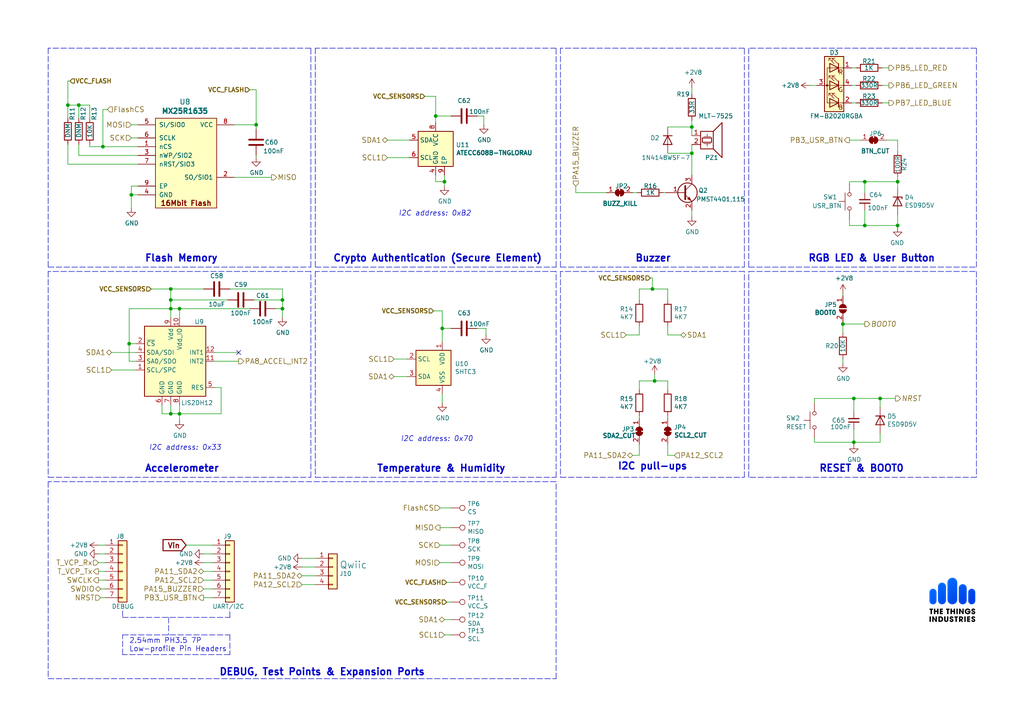
<source format=kicad_sch>
(kicad_sch (version 20211123) (generator eeschema)
  (paper "A4")
  (title_block (title "Peripherals") (date "2021-05-24") (rev "1.1b") (company "The Things Industries") (comment 1 "https://www.thethingsindustries.com/") (comment 2 "Drawn by: Orkhan Amiraslanov (azerimaker)"))
  (lib_symbols
    (symbol "Connector:TestPoint" (pin_numbers hide) (pin_names (offset 0.762) hide)
      (property "Reference" "TP" (at 0 6.858 0))
      (property "Value" "TestPoint" (at 0 5.08 0))
      (symbol "TestPoint_1_1"
        (pin passive line (at 0 0 90) (length 2.54) (name "1") (number "1"))
      )
    )
    (symbol "Connector_Generic:Conn_01x04" (pin_names (offset 1.016) hide)
      (property "Reference" "J" (at 0 5.08 0))
      (property "Value" "Conn_01x04" (at 0 -7.62 0))
      (symbol "Conn_01x04_1_1"
        (pin passive line (at -5.08 2.54 0) (length 3.81) (name "Pin_1") (number "1"))
        (pin passive line (at -5.08 0 0) (length 3.81) (name "Pin_2") (number "2"))
        (pin passive line (at -5.08 -2.54 0) (length 3.81) (name "Pin_3") (number "3"))
        (pin passive line (at -5.08 -5.08 0) (length 3.81) (name "Pin_4") (number "4"))
      )
    )
    (symbol "Connector_Generic:Conn_01x07" (pin_names (offset 1.016) hide)
      (property "Reference" "J" (at 0 10.16 0))
      (property "Value" "Conn_01x07" (at 0 -10.16 0))
      (symbol "Conn_01x07_1_1"
        (pin passive line (at -5.08 7.62 0) (length 3.81) (name "Pin_1") (number "1"))
        (pin passive line (at -5.08 5.08 0) (length 3.81) (name "Pin_2") (number "2"))
        (pin passive line (at -5.08 2.54 0) (length 3.81) (name "Pin_3") (number "3"))
        (pin passive line (at -5.08 0 0) (length 3.81) (name "Pin_4") (number "4"))
        (pin passive line (at -5.08 -2.54 0) (length 3.81) (name "Pin_5") (number "5"))
        (pin passive line (at -5.08 -5.08 0) (length 3.81) (name "Pin_6") (number "6"))
        (pin passive line (at -5.08 -7.62 0) (length 3.81) (name "Pin_7") (number "7"))
      )
    )
    (symbol "Device:C" (pin_numbers hide) (pin_names (offset 0.254))
      (property "Reference" "C" (at 0.635 2.54 0))
      (property "Value" "C" (at 0.635 -2.54 0))
      (symbol "C_1_1"
        (pin passive line (at 0 3.81 270) (length 2.794) (name "~") (number "1"))
        (pin passive line (at 0 -3.81 90) (length 2.794) (name "~") (number "2"))
      )
    )
    (symbol "Device:C_Small" (pin_numbers hide) (pin_names (offset 0.254) hide)
      (property "Reference" "C" (at 0.254 1.778 0))
      (property "Value" "C_Small" (at 0.254 -2.032 0))
      (symbol "C_Small_1_1"
        (pin passive line (at 0 2.54 270) (length 2.032) (name "~") (number "1"))
        (pin passive line (at 0 -2.54 90) (length 2.032) (name "~") (number "2"))
      )
    )
    (symbol "Device:D_Zener" (pin_numbers hide) (pin_names (offset 1.016) hide)
      (property "Reference" "D" (at 0 2.54 0))
      (property "Value" "D_Zener" (at 0 -2.54 0))
      (symbol "D_Zener_1_1"
        (pin passive line (at -3.81 0 0) (length 2.54) (name "K") (number "1"))
        (pin passive line (at 3.81 0 180) (length 2.54) (name "A") (number "2"))
      )
    )
    (symbol "Device:R" (pin_numbers hide) (pin_names (offset 0))
      (property "Reference" "R" (at 2.032 0 90))
      (property "Value" "R" (at 0 0 90))
      (symbol "R_1_1"
        (pin passive line (at 0 3.81 270) (length 1.27) (name "~") (number "1"))
        (pin passive line (at 0 -3.81 90) (length 1.27) (name "~") (number "2"))
      )
    )
    (symbol "Device:Speaker_Crystal" (pin_names (offset 0) hide)
      (property "Reference" "LS" (at 0.635 5.715 0))
      (property "Value" "Speaker_Crystal" (at 0.635 3.81 0))
      (symbol "Speaker_Crystal_1_1"
        (pin input line (at -5.08 0 0) (length 2.54) (name "1") (number "1"))
        (pin input line (at -5.08 -2.54 0) (length 2.54) (name "2") (number "2"))
      )
    )
    (symbol "Diode:1N4148WS" (pin_numbers hide) (pin_names (offset 1.016) hide)
      (property "Reference" "D" (at 0 2.54 0))
      (property "Value" "1N4148WS" (at 0 -2.54 0))
      (symbol "1N4148WS_1_1"
        (pin passive line (at -3.81 0 0) (length 2.54) (name "K") (number "1"))
        (pin passive line (at 3.81 0 180) (length 2.54) (name "A") (number "2"))
      )
    )
    (symbol "Jumper:SolderJumper_2_Bridged" (pin_names (offset 0) hide)
      (property "Reference" "JP" (at 0 2.032 0))
      (property "Value" "SolderJumper_2_Bridged" (at 0 -2.54 0))
      (symbol "SolderJumper_2_Bridged_1_1"
        (pin passive line (at -3.81 0 0) (length 2.54) (name "A") (number "1"))
        (pin passive line (at 3.81 0 180) (length 2.54) (name "B") (number "2"))
      )
    )
    (symbol "Jumper:SolderJumper_2_Open" (pin_names (offset 0) hide)
      (property "Reference" "JP" (at 0 2.032 0))
      (property "Value" "SolderJumper_2_Open" (at 0 -2.54 0))
      (symbol "SolderJumper_2_Open_1_1"
        (pin passive line (at -3.81 0 0) (length 2.54) (name "A") (number "1"))
        (pin passive line (at 3.81 0 180) (length 2.54) (name "B") (number "2"))
      )
    )
    (symbol "Security:ATECC608A-MAHDA"
      (property "Reference" "U" (at 3.81 6.35 0))
      (property "Value" "ATECC608A-MAHDA" (at 10.16 -6.35 0))
      (symbol "ATECC608A-MAHDA_1_1"
        (pin power_in line (at 0 -7.62 90) (length 2.54) (name "GND") (number "4"))
        (pin bidirectional line (at 7.62 2.54 180) (length 2.54) (name "SDA") (number "5"))
        (pin input line (at 7.62 -2.54 180) (length 2.54) (name "SCL") (number "6"))
        (pin power_in line (at 0 7.62 270) (length 2.54) (name "VCC") (number "8"))
        (pin input line (at -2.54 -7.62 90) (length 2.54) (name "EP") (number "9"))
      )
    )
    (symbol "Sensor_Humidity:SHTC3"
      (property "Reference" "U" (at -3.81 6.35 0))
      (property "Value" "SHTC3" (at -2.54 -6.35 0))
      (symbol "SHTC3_1_1"
        (pin power_in line (at 2.54 7.62 270) (length 2.54) (name "VDD") (number "1"))
        (pin input line (at -7.62 2.54 0) (length 2.54) (name "SCL") (number "2"))
        (pin bidirectional line (at -7.62 -2.54 0) (length 2.54) (name "SDA") (number "3"))
        (pin power_in line (at 2.54 -7.62 90) (length 2.54) (name "VSS") (number "4"))
        (pin no_connect line (at 5.08 0 180) (length 2.54) hide (name "NC") (number "5"))
      )
    )
    (symbol "Switch:SW_Push" (pin_numbers hide) (pin_names (offset 1.016) hide)
      (property "Reference" "SW" (at 1.27 2.54 0))
      (property "Value" "SW_Push" (at 0 -1.524 0))
      (symbol "SW_Push_0_1"
        (pin passive line (at -5.08 0 0) (length 2.54) (name "1") (number "1"))
        (pin passive line (at 5.08 0 180) (length 2.54) (name "2") (number "2"))
      )
    )
    (symbol "Transistor_BJT:2SC4213" (pin_names (offset 0) hide)
      (property "Reference" "Q" (at 5.08 1.905 0))
      (property "Value" "2SC4213" (at 5.08 0 0))
      (symbol "2SC4213_1_1"
        (pin input line (at -5.08 0 0) (length 5.715) (name "B") (number "1"))
        (pin passive line (at 2.54 -5.08 90) (length 2.54) (name "E") (number "2"))
        (pin passive line (at 2.54 5.08 270) (length 2.54) (name "C") (number "3"))
      )
    )
    (symbol "node-lib-v1:FM-B2020RGBA" (pin_names (offset 0) hide)
      (property "Reference" "D" (at 0 9.398 0))
      (property "Value" "FM-B2020RGBA" (at 0 -8.89 0))
      (symbol "FM-B2020RGBA_0_0"
        (text "B" (at -1.905 -6.35 0) (effects (font (size 1.27 1.27))))
        (text "G" (at -1.905 -1.27 0) (effects (font (size 1.27 1.27))))
        (text "R" (at -1.905 3.81 0) (effects (font (size 1.27 1.27))))
      )
      (symbol "FM-B2020RGBA_1_1"
        (pin passive line (at -5.08 5.08 0) (length 2.54) (name "RK") (number "1"))
        (pin passive line (at -5.08 -5.08 0) (length 2.54) (name "GK") (number "2"))
        (pin passive line (at 5.08 0 180) (length 2.54) (name "BK") (number "3"))
        (pin passive line (at -5.08 0 0) (length 2.54) (name "A") (number "4"))
      )
    )
    (symbol "node-lib-v1:LIS2DH12"
      (property "Reference" "U" (at -5.08 11.43 0))
      (property "Value" "LIS2DH12" (at 3.81 11.43 0))
      (symbol "LIS2DH12_1_1"
        (pin input line (at -10.16 -2.54 0) (length 2.54) (name "SCL/SPC") (number "1"))
        (pin power_in line (at 2.54 12.7 270) (length 2.54) (name "Vdd_IO") (number "10"))
        (pin output line (at 12.7 0 180) (length 2.54) (name "INT2") (number "11"))
        (pin output line (at 12.7 2.54 180) (length 2.54) (name "INT1") (number "12"))
        (pin input line (at -10.16 5.08 0) (length 2.54) (name "~{CS}") (number "2"))
        (pin input line (at -10.16 0 0) (length 2.54) (name "SA0/SDO") (number "3"))
        (pin bidirectional line (at -10.16 2.54 0) (length 2.54) (name "SDA/SDI") (number "4"))
        (pin passive line (at 12.7 -7.62 180) (length 2.54) (name "RES") (number "5"))
        (pin power_in line (at -2.54 -12.7 90) (length 2.54) (name "GND") (number "6"))
        (pin power_in line (at 0 -12.7 90) (length 2.54) (name "GND") (number "7"))
        (pin power_in line (at 2.54 -12.7 90) (length 2.54) (name "GND") (number "8"))
        (pin power_in line (at 0 12.7 270) (length 2.54) (name "Vdd") (number "9"))
      )
    )
    (symbol "node-lib-v1:MX25R1635" (pin_names (offset 1.016))
      (property "Reference" "U" (at 1.27 3.175 0))
      (property "Value" "MX25R1635" (at 8.89 -26.035 0))
      (symbol "MX25R1635_0_0"
        (text "16Mbit Flash" (at 8.89 -22.733 0) (effects (font (size 1.4986 1.4986) bold)))
      )
      (symbol "MX25R1635_1_1"
        (pin input line (at -5.08 -6.35 0) (length 5.08) (name "nCS") (number "1"))
        (pin output line (at 22.86 -15.24 180) (length 5.08) (name "SO/SIO1") (number "2"))
        (pin input line (at -5.08 -8.89 0) (length 5.08) (name "nWP/SIO2") (number "3"))
        (pin power_in line (at -5.08 -20.32 0) (length 5.08) (name "GND") (number "4"))
        (pin input line (at -5.08 0 0) (length 5.08) (name "SI/SIO0") (number "5"))
        (pin input line (at -5.08 -3.81 0) (length 5.08) (name "SCLK") (number "6"))
        (pin input line (at -5.08 -11.43 0) (length 5.08) (name "nRST/SIO3") (number "7"))
        (pin power_in line (at 22.86 0 180) (length 5.08) (name "VCC") (number "8"))
        (pin power_in line (at -5.08 -17.78 0) (length 5.08) (name "EP") (number "9"))
      )
    )
    (symbol "power:+2V8" (power) (pin_names (offset 0))
      (property "Value" "+2V8" (at 0 3.556 0))
      (symbol "+2V8_1_1"
        (pin power_in line (at 0 0 90) (length 0) hide (name "+2V8") (number "1"))
      )
    )
    (symbol "power:GND" (power) (pin_names (offset 0))
      (property "Value" "GND" (at 0 -3.81 0))
      (symbol "GND_1_1"
        (pin power_in line (at 0 0 270) (length 0) hide (name "GND") (number "1"))
      )
    )
  )
  (junction (at 49.53 86.995))
  (junction (at 81.915 89.535))
  (junction (at 19.685 30.48))
  (junction (at 29.845 42.545))
  (junction (at 52.07 120.015))
  (junction (at 260.35 65.405))
  (junction (at 200.66 36.83))
  (junction (at 247.65 128.27))
  (junction (at 250.825 65.405))
  (junction (at 49.53 83.82))
  (junction (at 247.65 115.57))
  (junction (at 81.915 86.995))
  (junction (at 37.465 99.695))
  (junction (at 244.475 93.98))
  (junction (at 74.295 36.195))
  (junction (at 189.865 110.49))
  (junction (at 49.53 120.015))
  (junction (at 126.365 33.655))
  (junction (at 22.86 30.48))
  (junction (at 52.07 89.535))
  (junction (at 128.27 95.25))
  (junction (at 255.27 115.57))
  (junction (at 189.23 83.82))
  (junction (at 200.66 44.45))
  (junction (at 49.53 89.535))
  (junction (at 250.825 52.705))
  (junction (at 128.905 52.705))
  (junction (at 38.1 56.515))
  (junction (at 260.35 52.705))
  (no_connect (at 69.215 102.235))
  (polyline (pts (xy 217.17 77.47) (xy 283.21 77.47)))
  (wire (pts (xy 260.35 62.23) (xy 260.35 65.405)))
  (wire (pts (xy 257.81 24.765) (xy 255.905 24.765)))
  (wire (pts (xy 128.905 50.8) (xy 128.905 52.705)))
  (wire (pts (xy 200.66 27.305) (xy 200.66 25.4)))
  (wire (pts (xy 185.42 110.49) (xy 185.42 113.03)))
  (polyline (pts (xy 90.17 13.97) (xy 13.97 13.97)))
  (wire (pts (xy 193.675 94.615) (xy 193.675 97.155)))
  (wire (pts (xy 40.005 56.515) (xy 38.1 56.515)))
  (wire (pts (xy 126.365 27.94) (xy 126.365 33.655)))
  (wire (pts (xy 46.99 120.015) (xy 49.53 120.015)))
  (wire (pts (xy 72.39 26.035) (xy 74.295 26.035)))
  (wire (pts (xy 118.11 104.14) (xy 114.3 104.14)))
  (polyline (pts (xy 91.44 78.74) (xy 91.44 138.43)))
  (wire (pts (xy 37.465 99.695) (xy 37.465 89.535)))
  (wire (pts (xy 46.99 117.475) (xy 46.99 120.015)))
  (polyline (pts (xy 161.29 78.74) (xy 91.44 78.74)))
  (wire (pts (xy 19.685 47.625) (xy 40.005 47.625)))
  (polyline (pts (xy 162.56 78.74) (xy 162.56 138.43)))
  (wire (pts (xy 193.675 36.83) (xy 200.66 36.83)))
  (polyline (pts (xy 13.97 78.74) (xy 13.97 138.43)))
  (wire (pts (xy 185.42 120.65) (xy 185.42 121.285)))
  (wire (pts (xy 140.97 95.25) (xy 140.97 97.155)))
  (wire (pts (xy 138.43 33.655) (xy 140.335 33.655)))
  (polyline (pts (xy 13.97 196.85) (xy 161.29 196.85)))
  (wire (pts (xy 246.38 63.5) (xy 246.38 65.405)))
  (wire (pts (xy 246.38 52.705) (xy 246.38 53.34)))
  (wire (pts (xy 193.675 97.155) (xy 197.485 97.155)))
  (polyline (pts (xy 90.17 138.43) (xy 90.17 78.74)))
  (wire (pts (xy 38.1 56.515) (xy 38.1 60.325)))
  (polyline (pts (xy 215.9 78.74) (xy 162.56 78.74)))
  (wire (pts (xy 260.35 40.64) (xy 260.35 43.815)))
  (polyline (pts (xy 91.44 138.43) (xy 161.29 138.43)))
  (polyline (pts (xy 161.29 139.7) (xy 13.97 139.7)))
  (polyline (pts (xy 161.29 13.97) (xy 91.44 13.97)))
  (wire (pts (xy 87.63 169.545) (xy 91.44 169.545)))
  (wire (pts (xy 62.23 112.395) (xy 64.135 112.395)))
  (polyline (pts (xy 90.17 78.74) (xy 13.97 78.74)))
  (wire (pts (xy 26.035 42.545) (xy 26.035 41.91)))
  (wire (pts (xy 22.86 30.48) (xy 19.685 30.48)))
  (wire (pts (xy 59.055 173.355) (xy 61.595 173.355)))
  (wire (pts (xy 126.365 50.8) (xy 126.365 52.705)))
  (wire (pts (xy 74.295 36.195) (xy 74.295 37.465)))
  (polyline (pts (xy 35.56 189.865) (xy 35.56 184.15)))
  (wire (pts (xy 40.005 36.195) (xy 38.1 36.195)))
  (wire (pts (xy 257.175 40.64) (xy 260.35 40.64)))
  (wire (pts (xy 236.22 116.84) (xy 236.22 115.57)))
  (wire (pts (xy 29.21 170.815) (xy 30.48 170.815)))
  (wire (pts (xy 255.27 118.11) (xy 255.27 115.57)))
  (wire (pts (xy 61.595 160.655) (xy 59.055 160.655)))
  (wire (pts (xy 189.865 108.585) (xy 189.865 110.49)))
  (wire (pts (xy 52.07 120.015) (xy 52.07 121.92)))
  (wire (pts (xy 189.23 83.82) (xy 193.675 83.82)))
  (wire (pts (xy 19.685 30.48) (xy 19.685 34.29)))
  (polyline (pts (xy 161.29 196.85) (xy 161.29 139.7)))
  (wire (pts (xy 62.23 102.235) (xy 69.215 102.235)))
  (wire (pts (xy 128.905 52.705) (xy 128.905 53.975)))
  (wire (pts (xy 250.825 55.88) (xy 250.825 52.705)))
  (wire (pts (xy 52.07 92.075) (xy 52.07 89.535)))
  (polyline (pts (xy 35.56 179.07) (xy 66.675 179.07)))
  (wire (pts (xy 87.63 161.925) (xy 91.44 161.925)))
  (polyline (pts (xy 66.675 179.07) (xy 66.675 177.165)))
  (wire (pts (xy 38.1 53.975) (xy 38.1 56.515)))
  (wire (pts (xy 167.005 55.88) (xy 175.895 55.88)))
  (wire (pts (xy 247.65 115.57) (xy 255.27 115.57)))
  (wire (pts (xy 244.475 104.14) (xy 244.475 105.41)))
  (wire (pts (xy 30.48 158.115) (xy 28.575 158.115)))
  (polyline (pts (xy 215.9 13.97) (xy 162.56 13.97)))
  (wire (pts (xy 244.475 93.345) (xy 244.475 93.98)))
  (wire (pts (xy 39.37 99.695) (xy 37.465 99.695)))
  (wire (pts (xy 81.915 89.535) (xy 81.915 92.075)))
  (wire (pts (xy 244.475 85.09) (xy 244.475 85.725)))
  (polyline (pts (xy 91.44 13.97) (xy 91.44 77.47)))
  (wire (pts (xy 62.23 104.775) (xy 69.215 104.775)))
  (wire (pts (xy 193.675 110.49) (xy 193.675 113.03)))
  (wire (pts (xy 39.37 104.775) (xy 37.465 104.775)))
  (wire (pts (xy 64.135 120.015) (xy 52.07 120.015)))
  (wire (pts (xy 244.475 93.98) (xy 250.825 93.98)))
  (wire (pts (xy 53.975 158.115) (xy 61.595 158.115)))
  (wire (pts (xy 39.37 102.235) (xy 32.385 102.235)))
  (wire (pts (xy 193.675 132.08) (xy 195.58 132.08)))
  (wire (pts (xy 193.675 83.82) (xy 193.675 86.995)))
  (wire (pts (xy 255.905 19.685) (xy 257.81 19.685)))
  (wire (pts (xy 189.23 80.645) (xy 189.23 83.82)))
  (wire (pts (xy 30.48 163.195) (xy 28.575 163.195)))
  (wire (pts (xy 28.575 160.655) (xy 30.48 160.655)))
  (wire (pts (xy 74.295 45.085) (xy 74.295 45.72)))
  (wire (pts (xy 260.35 52.705) (xy 250.825 52.705)))
  (wire (pts (xy 29.845 31.75) (xy 29.845 42.545)))
  (polyline (pts (xy 13.97 138.43) (xy 90.17 138.43)))
  (wire (pts (xy 247.65 128.27) (xy 255.27 128.27)))
  (wire (pts (xy 22.86 34.29) (xy 22.86 30.48)))
  (wire (pts (xy 22.86 45.085) (xy 22.86 41.91)))
  (polyline (pts (xy 215.9 77.47) (xy 215.9 13.97)))
  (wire (pts (xy 260.35 65.405) (xy 260.35 66.04)))
  (wire (pts (xy 185.42 83.82) (xy 185.42 86.995)))
  (wire (pts (xy 260.35 65.405) (xy 250.825 65.405)))
  (wire (pts (xy 52.07 117.475) (xy 52.07 120.015)))
  (wire (pts (xy 185.42 94.615) (xy 185.42 97.155)))
  (wire (pts (xy 127.635 153.035) (xy 130.81 153.035)))
  (polyline (pts (xy 13.97 77.47) (xy 90.17 77.47)))
  (wire (pts (xy 80.01 89.535) (xy 81.915 89.535)))
  (polyline (pts (xy 162.56 77.47) (xy 215.9 77.47)))
  (wire (pts (xy 59.055 83.82) (xy 49.53 83.82)))
  (wire (pts (xy 128.905 179.705) (xy 130.81 179.705)))
  (wire (pts (xy 72.39 89.535) (xy 52.07 89.535)))
  (wire (pts (xy 52.07 89.535) (xy 49.53 89.535)))
  (polyline (pts (xy 283.21 138.43) (xy 217.17 138.43)))
  (wire (pts (xy 255.905 29.845) (xy 257.81 29.845)))
  (polyline (pts (xy 13.97 13.97) (xy 13.97 77.47)))
  (polyline (pts (xy 66.675 184.15) (xy 66.675 189.865)))
  (wire (pts (xy 128.27 90.17) (xy 128.27 95.25)))
  (polyline (pts (xy 217.17 13.97) (xy 217.17 77.47)))
  (wire (pts (xy 74.295 26.035) (xy 74.295 36.195)))
  (wire (pts (xy 250.825 65.405) (xy 246.38 65.405)))
  (wire (pts (xy 112.395 40.64) (xy 118.745 40.64)))
  (wire (pts (xy 81.915 86.995) (xy 81.915 89.535)))
  (wire (pts (xy 189.865 110.49) (xy 193.675 110.49)))
  (polyline (pts (xy 283.21 13.97) (xy 217.17 13.97)))
  (wire (pts (xy 40.005 40.005) (xy 38.1 40.005)))
  (wire (pts (xy 19.685 47.625) (xy 19.685 41.91)))
  (wire (pts (xy 236.22 128.27) (xy 247.65 128.27)))
  (wire (pts (xy 250.825 52.705) (xy 246.38 52.705)))
  (wire (pts (xy 185.42 132.08) (xy 183.515 132.08)))
  (wire (pts (xy 130.81 147.32) (xy 127.635 147.32)))
  (polyline (pts (xy 215.9 138.43) (xy 215.9 78.74)))
  (polyline (pts (xy 283.21 78.74) (xy 283.21 138.43)))
  (wire (pts (xy 250.825 60.96) (xy 250.825 65.405)))
  (polyline (pts (xy 217.17 78.74) (xy 283.21 78.74)))
  (polyline (pts (xy 35.56 177.165) (xy 35.56 179.07)))
  (polyline (pts (xy 91.44 77.47) (xy 161.29 77.47)))
  (wire (pts (xy 200.66 60.96) (xy 200.66 62.865)))
  (wire (pts (xy 125.73 90.17) (xy 128.27 90.17)))
  (wire (pts (xy 49.53 83.82) (xy 49.53 86.995)))
  (wire (pts (xy 200.66 36.83) (xy 200.66 39.37)))
  (wire (pts (xy 22.86 45.085) (xy 40.005 45.085)))
  (wire (pts (xy 259.715 115.57) (xy 255.27 115.57)))
  (wire (pts (xy 67.945 51.435) (xy 78.74 51.435)))
  (wire (pts (xy 20.32 23.495) (xy 19.685 23.495)))
  (wire (pts (xy 19.685 23.495) (xy 19.685 30.48)))
  (wire (pts (xy 236.22 115.57) (xy 247.65 115.57)))
  (wire (pts (xy 129.54 174.625) (xy 130.81 174.625)))
  (wire (pts (xy 61.595 168.275) (xy 59.055 168.275)))
  (wire (pts (xy 138.43 95.25) (xy 140.97 95.25)))
  (wire (pts (xy 37.465 104.775) (xy 37.465 99.695)))
  (wire (pts (xy 260.35 51.435) (xy 260.35 52.705)))
  (polyline (pts (xy 90.17 77.47) (xy 90.17 13.97)))
  (wire (pts (xy 193.675 128.905) (xy 193.675 132.08)))
  (wire (pts (xy 128.27 114.3) (xy 128.27 116.84)))
  (wire (pts (xy 200.66 44.45) (xy 200.66 50.8)))
  (wire (pts (xy 26.035 42.545) (xy 29.845 42.545)))
  (wire (pts (xy 181.61 97.155) (xy 185.42 97.155)))
  (wire (pts (xy 200.66 41.91) (xy 200.66 44.45)))
  (wire (pts (xy 236.22 127) (xy 236.22 128.27)))
  (wire (pts (xy 193.675 120.65) (xy 193.675 121.285)))
  (wire (pts (xy 67.945 36.195) (xy 74.295 36.195)))
  (wire (pts (xy 247.65 128.27) (xy 247.65 128.905)))
  (wire (pts (xy 130.81 33.655) (xy 126.365 33.655)))
  (wire (pts (xy 127.635 163.195) (xy 130.81 163.195)))
  (wire (pts (xy 193.675 44.45) (xy 200.66 44.45)))
  (wire (pts (xy 81.915 83.82) (xy 81.915 86.995)))
  (wire (pts (xy 87.63 164.465) (xy 91.44 164.465)))
  (wire (pts (xy 130.81 168.91) (xy 129.54 168.91)))
  (wire (pts (xy 130.81 184.15) (xy 128.905 184.15)))
  (wire (pts (xy 260.35 52.705) (xy 260.35 54.61)))
  (wire (pts (xy 167.005 53.975) (xy 167.005 55.88)))
  (wire (pts (xy 200.66 34.925) (xy 200.66 36.83)))
  (polyline (pts (xy 161.29 77.47) (xy 161.29 13.97)))
  (wire (pts (xy 59.055 170.815) (xy 61.595 170.815)))
  (polyline (pts (xy 13.97 139.7) (xy 13.97 196.85)))
  (wire (pts (xy 244.475 93.98) (xy 244.475 96.52)))
  (wire (pts (xy 130.81 95.25) (xy 128.27 95.25)))
  (wire (pts (xy 26.035 30.48) (xy 22.86 30.48)))
  (wire (pts (xy 37.465 89.535) (xy 49.53 89.535)))
  (wire (pts (xy 140.335 33.655) (xy 140.335 36.195)))
  (wire (pts (xy 28.575 168.275) (xy 30.48 168.275)))
  (wire (pts (xy 66.675 83.82) (xy 81.915 83.82)))
  (wire (pts (xy 188.595 80.645) (xy 189.23 80.645)))
  (polyline (pts (xy 66.675 189.865) (xy 35.56 189.865)))
  (wire (pts (xy 61.595 163.195) (xy 59.055 163.195)))
  (polyline (pts (xy 48.895 179.07) (xy 48.895 184.15)))
  (wire (pts (xy 128.27 95.25) (xy 128.27 99.06)))
  (wire (pts (xy 247.015 29.845) (xy 248.285 29.845)))
  (wire (pts (xy 59.055 165.735) (xy 61.595 165.735)))
  (wire (pts (xy 189.865 110.49) (xy 185.42 110.49)))
  (polyline (pts (xy 217.17 138.43) (xy 217.17 78.74)))
  (wire (pts (xy 192.405 55.88) (xy 193.04 55.88)))
  (wire (pts (xy 130.81 158.115) (xy 127.635 158.115)))
  (wire (pts (xy 40.005 53.975) (xy 38.1 53.975)))
  (wire (pts (xy 248.285 24.765) (xy 247.015 24.765)))
  (wire (pts (xy 189.23 83.82) (xy 185.42 83.82)))
  (wire (pts (xy 31.115 31.75) (xy 29.845 31.75)))
  (wire (pts (xy 247.015 19.685) (xy 248.285 19.685)))
  (wire (pts (xy 249.555 40.64) (xy 246.38 40.64)))
  (wire (pts (xy 247.65 124.46) (xy 247.65 128.27)))
  (wire (pts (xy 126.365 52.705) (xy 128.905 52.705)))
  (polyline (pts (xy 162.56 138.43) (xy 215.9 138.43)))
  (wire (pts (xy 66.04 86.995) (xy 49.53 86.995)))
  (polyline (pts (xy 162.56 13.97) (xy 162.56 77.47)))
  (polyline (pts (xy 283.21 77.47) (xy 283.21 13.97)))
  (wire (pts (xy 28.575 165.735) (xy 30.48 165.735)))
  (wire (pts (xy 183.515 55.88) (xy 184.785 55.88)))
  (wire (pts (xy 49.53 89.535) (xy 49.53 92.075)))
  (wire (pts (xy 112.395 45.72) (xy 118.745 45.72)))
  (wire (pts (xy 29.21 173.355) (xy 30.48 173.355)))
  (wire (pts (xy 247.65 119.38) (xy 247.65 115.57)))
  (wire (pts (xy 185.42 128.905) (xy 185.42 132.08)))
  (wire (pts (xy 49.53 86.995) (xy 49.53 89.535)))
  (wire (pts (xy 64.135 112.395) (xy 64.135 120.015)))
  (wire (pts (xy 49.53 117.475) (xy 49.53 120.015)))
  (wire (pts (xy 114.3 109.22) (xy 118.11 109.22)))
  (wire (pts (xy 43.815 83.82) (xy 49.53 83.82)))
  (wire (pts (xy 234.95 24.765) (xy 236.855 24.765)))
  (wire (pts (xy 26.035 34.29) (xy 26.035 30.48)))
  (wire (pts (xy 126.365 33.655) (xy 126.365 35.56)))
  (wire (pts (xy 73.66 86.995) (xy 81.915 86.995)))
  (wire (pts (xy 123.19 27.94) (xy 126.365 27.94)))
  (wire (pts (xy 29.845 42.545) (xy 40.005 42.545)))
  (wire (pts (xy 49.53 120.015) (xy 52.07 120.015)))
  (wire (pts (xy 39.37 107.315) (xy 32.385 107.315)))
  (polyline (pts (xy 35.56 184.15) (xy 66.675 184.15)))
  (polyline (pts (xy 161.29 138.43) (xy 161.29 78.74)))
  (wire (pts (xy 255.27 125.73) (xy 255.27 128.27)))
  (wire (pts (xy 91.44 167.005) (xy 87.63 167.005)))
  (image (at 276.225 173.99) (scale 0.1794))
  (text "I2C pull-ups" (at 179.07 136.525 0) (effects (font (size 2.0066 2.0066) (thickness 0.4013) bold) (justify left bottom)))
  (text "Flash Memory" (at 41.91 76.2 0) (effects (font (size 2.0066 2.0066) (thickness 0.4013) bold) (justify left bottom)))
  (text "Buzzer" (at 184.15 76.2 0) (effects (font (size 2.0066 2.0066) (thickness 0.4013) bold) (justify left bottom)))
  (text "2.54mm PH3.5 7P \nLow-profile Pin Headers\n" (at 37.465 189.23 0) (effects (font (size 1.4986 1.4986)) (justify left bottom)))
  (text "Temperature & Humidity" (at 109.22 137.16 0) (effects (font (size 2.0066 2.0066) (thickness 0.4013) bold) (justify left bottom)))
  (text "Crypto Authentication (Secure Element)" (at 96.52 76.2 0) (effects (font (size 2.0066 2.0066) (thickness 0.4013) bold) (justify left bottom)))
  (text "I2C address: 0xB2" (at 115.57 62.865 0) (effects (font (size 1.4986 1.4986) italic) (justify left bottom)))
  (text "I2C address: 0x70" (at 116.205 128.27 0) (effects (font (size 1.4986 1.4986) italic) (justify left bottom)))
  (text "Accelerometer" (at 41.91 137.16 0) (effects (font (size 2.0066 2.0066) (thickness 0.4013) bold) (justify left bottom)))
  (text "RESET & BOOT0" (at 237.49 137.16 0) (effects (font (size 2.0066 2.0066) (thickness 0.4013) bold) (justify left bottom)))
  (text "DEBUG, Test Points & Expansion Ports" (at 63.5 196.215 0) (effects (font (size 2.0066 2.0066) (thickness 0.4013) bold) (justify left bottom)))
  (text "RGB LED & User Button" (at 234.315 76.2 0) (effects (font (size 2.0066 2.0066) (thickness 0.4013) bold) (justify left bottom)))
  (text "I2C address: 0x33" (at 43.18 130.81 0) (effects (font (size 1.4986 1.4986) italic) (justify left bottom)))
  (global_label "Vin" (shape input) (at 53.975 158.115 180) (effects (font (size 1.4986 1.4986) (thickness 0.2997) bold)) (property "Intersheet References" "${INTERSHEET_REFS}" (effects hide)))
  (hierarchical_label "SCK" (shape input) (at 127.635 158.115 180) (effects (font (size 1.4986 1.4986))))
  (hierarchical_label "PB6_LED_GREEN" (shape output) (at 257.81 24.765 0) (effects (font (size 1.4986 1.4986))))
  (hierarchical_label "T_VCP_Rx" (shape input) (at 28.575 163.195 180) (effects (font (size 1.4986 1.4986))))
  (hierarchical_label "SCL1" (shape input) (at 112.395 45.72 180) (effects (font (size 1.4986 1.4986))))
  (hierarchical_label "VCC_FLASH" (shape input) (at 129.54 168.91 180) (effects (font (thickness 0.254) bold)))
  (hierarchical_label "PA15_BUZZER" (shape input) (at 167.005 53.975 90) (effects (font (size 1.4986 1.4986))))
  (hierarchical_label "NRST" (shape input) (at 29.21 173.355 180) (effects (font (size 1.4986 1.4986))))
  (hierarchical_label "PA12_SCL2" (shape input) (at 87.63 169.545 180) (effects (font (size 1.4986 1.4986))))
  (hierarchical_label "VCC_SENSORS" (shape input) (at 129.54 174.625 180) (effects (font (thickness 0.254) bold)))
  (hierarchical_label "VCC_FLASH" (shape input) (at 20.32 23.495 0) (effects (font (thickness 0.254) bold)))
  (hierarchical_label "PA11_SDA2" (shape bidirectional) (at 87.63 167.005 180) (effects (font (size 1.4986 1.4986))))
  (hierarchical_label "BOOT0" (shape output) (at 250.825 93.98 0) (effects (font (size 1.4986 1.4986) italic)))
  (hierarchical_label "PA11_SDA2" (shape bidirectional) (at 59.055 165.735 180) (effects (font (size 1.4986 1.4986))))
  (hierarchical_label "SCL1" (shape input) (at 32.385 107.315 180) (effects (font (size 1.4986 1.4986))))
  (hierarchical_label "SWCLK" (shape output) (at 28.575 168.275 180) (effects (font (size 1.4986 1.4986))))
  (hierarchical_label "SCL1" (shape input) (at 114.3 104.14 180) (effects (font (size 1.4986 1.4986))))
  (hierarchical_label "VCC_SENSORS" (shape input) (at 125.73 90.17 180) (effects (font (thickness 0.254) bold)))
  (hierarchical_label "VCC_SENSORS" (shape input) (at 123.19 27.94 180) (effects (font (thickness 0.254) bold)))
  (hierarchical_label "MISO" (shape output) (at 78.74 51.435 0) (effects (font (size 1.4986 1.4986))))
  (hierarchical_label "PA12_SCL2" (shape input) (at 59.055 168.275 180) (effects (font (size 1.4986 1.4986))))
  (hierarchical_label "SCL1" (shape input) (at 181.61 97.155 180) (effects (font (size 1.4986 1.4986))))
  (hierarchical_label "SDA1" (shape bidirectional) (at 114.3 109.22 180) (effects (font (size 1.4986 1.4986))))
  (hierarchical_label "SCL1" (shape input) (at 128.905 184.15 180) (effects (font (size 1.4986 1.4986))))
  (hierarchical_label "FlashCS" (shape input) (at 31.115 31.75 0) (effects (font (size 1.4986 1.4986))))
  (hierarchical_label "SDA1" (shape bidirectional) (at 112.395 40.64 180) (effects (font (size 1.4986 1.4986))))
  (hierarchical_label "SCK" (shape input) (at 38.1 40.005 180) (effects (font (size 1.4986 1.4986))))
  (hierarchical_label "VCC_SENSORS" (shape input) (at 43.815 83.82 180) (effects (font (thickness 0.254) bold)))
  (hierarchical_label "PA8_ACCEL_INT2" (shape output) (at 69.215 104.775 0) (effects (font (size 1.4986 1.4986))))
  (hierarchical_label "FlashCS" (shape input) (at 127.635 147.32 180) (effects (font (size 1.4986 1.4986))))
  (hierarchical_label "SDA1" (shape bidirectional) (at 32.385 102.235 180) (effects (font (size 1.4986 1.4986))))
  (hierarchical_label "MOSI" (shape input) (at 38.1 36.195 180) (effects (font (size 1.4986 1.4986))))
  (hierarchical_label "PB5_LED_RED" (shape output) (at 257.81 19.685 0) (effects (font (size 1.4986 1.4986))))
  (hierarchical_label "PB7_LED_BLUE" (shape output) (at 257.81 29.845 0) (effects (font (size 1.4986 1.4986))))
  (hierarchical_label "PB3_USR_BTN" (shape output) (at 246.38 40.64 180) (effects (font (size 1.4986 1.4986))))
  (hierarchical_label "VCC_SENSORS" (shape input) (at 188.595 80.645 180) (effects (font (thickness 0.254) bold)))
  (hierarchical_label "SWDIO" (shape bidirectional) (at 29.21 170.815 180) (effects (font (size 1.4986 1.4986))))
  (hierarchical_label "T_VCP_Tx" (shape output) (at 28.575 165.735 180) (effects (font (size 1.4986 1.4986))))
  (hierarchical_label "PA11_SDA2" (shape bidirectional) (at 183.515 132.08 180) (effects (font (size 1.4986 1.4986))))
  (hierarchical_label "MISO" (shape output) (at 127.635 153.035 180) (effects (font (size 1.4986 1.4986))))
  (hierarchical_label "VCC_FLASH" (shape input) (at 72.39 26.035 180) (effects (font (thickness 0.254) bold)))
  (hierarchical_label "SDA1" (shape bidirectional) (at 197.485 97.155 0) (effects (font (size 1.4986 1.4986))))
  (hierarchical_label "PA15_BUZZER" (shape input) (at 59.055 170.815 180) (effects (font (size 1.4986 1.4986))))
  (hierarchical_label "MOSI" (shape input) (at 127.635 163.195 180) (effects (font (size 1.4986 1.4986))))
  (hierarchical_label "PB3_USR_BTN" (shape output) (at 59.055 173.355 180) (effects (font (size 1.4986 1.4986))))
  (hierarchical_label "NRST" (shape output) (at 259.715 115.57 0) (effects (font (size 1.4986 1.4986) italic)))
  (hierarchical_label "PA12_SCL2" (shape input) (at 195.58 132.08 0) (effects (font (size 1.4986 1.4986))))
  (hierarchical_label "SDA1" (shape bidirectional) (at 128.905 179.705 180) (effects (font (size 1.4986 1.4986))))
  (symbol (lib_id "power:GND") (at 52.07 121.92 0) (unit 1)
    (property "Reference" "#PWR078" (effects hide))
    (property "Value" "GND" (at 52.197 126.3142 0))
  )
  (symbol (lib_id "Device:C") (at 62.865 83.82 270) (unit 1)
    (property "Reference" "C58" (at 62.865 80.01 90))
    (property "Value" "10uF" (at 62.865 88.265 90))
    (property "Footprint" "Capacitor_SMD:C_0603_1608Metric" (effects hide))
    (property "MPN" "JMK107ABJ106KA-T" (effects hide))
    (property "URL" "https://lcsc.com/product-detail/Others_Taiyo-Yuden_JMK107ABJ106KA-T_Taiyo-Yuden-JMK107ABJ106KA-T_C319196.html" (effects hide))
    (property "ALT_MPN" "C1608X5R0J106K080AB" (effects hide))
  )
  (symbol (lib_id "Device:C") (at 69.85 86.995 270) (unit 1)
    (property "Reference" "C59" (at 69.85 82.55 90))
    (property "Value" "100nF" (at 69.85 90.805 90))
    (property "Footprint" "Capacitor_SMD:C_0402_1005Metric" (effects hide))
    (property "MPN" "CC0402KRX7R7BB104" (effects hide))
    (property "URL" "https://lcsc.com/product-detail/Multilayer-Ceramic-Capacitors-MLCC-SMD-SMT_YAGEO-CC0402KRX7R7BB104_C60474.html" (effects hide))
  )
  (symbol (lib_id "Device:C") (at 76.2 89.535 270) (unit 1)
    (property "Reference" "C61" (at 76.2 85.725 90))
    (property "Value" "100nF" (at 76.2 93.345 90))
    (property "Footprint" "Capacitor_SMD:C_0402_1005Metric" (effects hide))
    (property "MPN" "CC0402KRX7R7BB104" (effects hide))
    (property "URL" "https://lcsc.com/product-detail/Multilayer-Ceramic-Capacitors-MLCC-SMD-SMT_YAGEO-CC0402KRX7R7BB104_C60474.html" (effects hide))
  )
  (symbol (lib_id "power:GND") (at 81.915 92.075 0) (unit 1)
    (property "Reference" "#PWR082" (effects hide))
    (property "Value" "GND" (at 82.042 96.4692 0))
  )
  (symbol (lib_id "node-lib-v1:MX25R1635") (at 45.085 36.195 0) (unit 1)
    (property "Reference" "U8" (at 53.6448 29.5402 0) (effects (font (size 1.4986 1.4986))))
    (property "Value" "MX25R1635" (at 53.6448 32.2072 0) (effects (font (size 1.4986 1.4986) bold)))
    (property "Footprint" "node-lib-v1:FLASH_UFDFN-8-MX25R1635F" (effects hide))
    (property "MPN" "MX25R1635FZUIL0" (effects hide))
    (property "URL" "https://www.digikey.com/short/zwbqjc" (effects hide))
  )
  (symbol (lib_id "Device:Speaker_Crystal") (at 205.74 39.37 0) (unit 1)
    (property "Reference" "PZ1" (at 204.47 45.72 0) (effects (justify left)))
    (property "Value" "MLT-7525" (at 202.565 33.655 0) (effects (justify left)))
    (property "Footprint" "node-lib-v1:Buzzer_MLT-7525" (effects hide))
    (property "MPN" "MLT-7525" (effects hide))
    (property "URL" "https://lcsc.com/product-detail/Buzzers_Jiangsu-Huaneng-Elec-MLT-7525_C95299.html" (effects hide))
  )
  (symbol (lib_id "Diode:1N4148WS") (at 193.675 40.64 90) (mirror x) (unit 1)
    (property "Reference" "D2" (at 188.595 40.005 90) (effects (justify right)))
    (property "Value" "1N4148WSF-7" (at 186.055 45.72 90) (effects (justify right)))
    (property "Footprint" "node-lib-v1:D_SOD-323F_custom" (effects hide))
    (property "MPN" "1N4148WSF-7" (effects hide))
    (property "URL" "https://lcsc.com/product-detail/Switching-Diode_Diodes-Incorporated-1N4148WSF-7_C119617.html" (effects hide))
  )
  (symbol (lib_id "Device:C") (at 74.295 41.275 180) (unit 1)
    (property "Reference" "C60" (at 78.74 41.275 0))
    (property "Value" "100nF" (at 79.375 43.815 0))
    (property "Footprint" "Capacitor_SMD:C_0402_1005Metric" (effects hide))
    (property "MPN" "CC0402KRX7R7BB104" (effects hide))
    (property "URL" "https://lcsc.com/product-detail/Multilayer-Ceramic-Capacitors-MLCC-SMD-SMT_YAGEO-CC0402KRX7R7BB104_C60474.html" (effects hide))
  )
  (symbol (lib_id "power:GND") (at 74.295 45.72 0) (unit 1)
    (property "Reference" "#PWR081" (effects hide))
    (property "Value" "GND" (at 74.422 50.1142 0))
  )
  (symbol (lib_id "power:GND") (at 38.1 60.325 0) (unit 1)
    (property "Reference" "#PWR077" (effects hide))
    (property "Value" "GND" (at 38.227 64.7192 0))
  )
  (symbol (lib_id "Device:R") (at 26.035 38.1 0) (unit 1)
    (property "Reference" "R13" (at 27.305 34.925 90) (effects (justify left)))
    (property "Value" "10K" (at 26.035 40.005 90) (effects (justify left)))
    (property "Footprint" "Resistor_SMD:R_0402_1005Metric" (effects hide))
    (property "MPN" "AC0402JR-0710KL" (effects hide))
    (property "URL" "https://lcsc.com/product-detail/Chip-Resistor-Surface-Mount_YAGEO-AC0402JR-0710KL_C144731.html" (effects hide))
  )
  (symbol (lib_id "Device:R") (at 22.86 38.1 0) (unit 1)
    (property "Reference" "R12" (at 24.13 34.925 90) (effects (justify left)))
    (property "Value" "DNM" (at 22.86 40.005 90) (effects (justify left)))
    (property "Footprint" "Resistor_SMD:R_0402_1005Metric" (effects hide))
    (property "MPN" "DNM" (effects hide))
  )
  (symbol (lib_id "Device:R") (at 19.685 38.1 0) (unit 1)
    (property "Reference" "R11" (at 20.955 34.925 90) (effects (justify left)))
    (property "Value" "DNM" (at 19.685 40.005 90) (effects (justify left)))
    (property "Footprint" "Resistor_SMD:R_0402_1005Metric" (effects hide))
    (property "MPN" "DNM" (effects hide))
  )
  (symbol (lib_id "Transistor_BJT:2SC4213") (at 198.12 55.88 0) (unit 1)
    (property "Reference" "Q2" (at 202.565 55.245 0) (effects (justify left)))
    (property "Value" "PMST4401,115" (at 201.93 57.785 0) (effects (justify left)))
    (property "Footprint" "Package_TO_SOT_SMD:SOT-323_SC-70" (effects hide))
    (property "MPN" "PMST4401,115" (effects hide))
    (property "URL" "https://lcsc.com/product-detail/Transistors-NPN-PNP_Nexperia-PMST4401-115_C454963.html" (effects hide))
  )
  (symbol (lib_id "power:GND") (at 200.66 62.865 0) (unit 1)
    (property "Reference" "#PWR091" (effects hide))
    (property "Value" "GND" (at 200.787 67.2592 0))
  )
  (symbol (lib_id "Security:ATECC608A-MAHDA") (at 126.365 43.18 0) (mirror y) (unit 1)
    (property "Reference" "U11" (at 132.207 42.0116 0) (effects (justify right)))
    (property "Value" "ATECC608B-TNGLORAU" (at 132.207 44.323 0) (effects (font bold) (justify right)))
    (property "Footprint" "Package_DFN_QFN:DFN-8-1EP_3x2mm_P0.5mm_EP1.3x1.5mm" (effects hide))
    (property "Datasheet" "http://ww1.microchip.com/downloads/en/DeviceDoc/ATECC608A-CryptoAuthentication-Device-Summary-Data-Sheet-DS40001977B.pdf" (effects hide))
    (property "MPN" "ATECC608B-TNGLORAU-C" (effects hide))
    (property "URL" "https://www.microchip.com/wwwproducts/en/ATECC608B-TNGLORA" (effects hide))
  )
  (symbol (lib_id "Device:R") (at 188.595 55.88 90) (mirror x) (unit 1)
    (property "Reference" "R16" (at 186.69 53.975 90) (effects (justify right)))
    (property "Value" "1K" (at 187.325 55.88 90) (effects (justify right)))
    (property "Footprint" "Resistor_SMD:R_0402_1005Metric" (effects hide))
    (property "MPN" "RC0402FR-071KL" (effects hide))
    (property "URL" "https://lcsc.com/product-detail/Chip-Resistor-Surface-Mount_1KR-1001-1_C106235.html" (effects hide))
  )
  (symbol (lib_id "Device:C") (at 134.62 33.655 270) (unit 1)
    (property "Reference" "C62" (at 134.62 29.21 90))
    (property "Value" "100nF" (at 139.065 32.385 90))
    (property "Footprint" "Capacitor_SMD:C_0402_1005Metric" (effects hide))
    (property "MPN" "CC0402KRX7R7BB104" (effects hide))
    (property "URL" "https://lcsc.com/product-detail/Multilayer-Ceramic-Capacitors-MLCC-SMD-SMT_YAGEO-CC0402KRX7R7BB104_C60474.html" (effects hide))
  )
  (symbol (lib_id "power:GND") (at 128.905 53.975 0) (unit 1)
    (property "Reference" "#PWR086" (effects hide))
    (property "Value" "GND" (at 129.032 58.3692 0))
  )
  (symbol (lib_id "power:GND") (at 140.335 36.195 0) (unit 1)
    (property "Reference" "#PWR087" (effects hide))
    (property "Value" "GND" (at 140.462 40.5892 0))
  )
  (symbol (lib_id "Switch:SW_Push") (at 246.38 58.42 90) (mirror x) (unit 1)
    (property "Reference" "SW1" (at 238.76 57.15 90) (effects (justify right)))
    (property "Value" "USR_BTN" (at 235.585 59.69 90) (effects (justify right)))
    (property "Footprint" "node-lib-v1:PushButton_KSC721GLFS" (effects hide))
    (property "MPN" "KSC721GLFS" (effects hide))
    (property "URL" "https://lcsc.com/product-detail/Tactile-Switches_C-K-KSC721GLFS_C221764.html" (effects hide))
  )
  (symbol (lib_id "power:GND") (at 260.35 66.04 0) (mirror y) (unit 1)
    (property "Reference" "#PWR096" (effects hide))
    (property "Value" "GND" (at 260.223 70.4342 0))
  )
  (symbol (lib_id "Sensor_Humidity:SHTC3") (at 125.73 106.68 0) (unit 1)
    (property "Reference" "U10" (at 131.9276 105.5116 0) (effects (justify left)))
    (property "Value" "SHTC3" (at 131.9276 107.823 0) (effects (justify left)))
    (property "Footprint" "node-lib-v1:Sensirion_DFN-4-1EP_2x2mm_P1mm_EP0.7x1.6mm" (effects hide))
    (property "Datasheet" "https://www.sensirion.com/fileadmin/user_upload/customers/sensirion/Dokumente/0_Datasheets/Humidity/Sensirion_Humidity_Sensors_SHTC3_Datasheet.pdf" (effects hide))
    (property "MPN" "SHTC3" (effects hide))
    (property "URL" "https://lcsc.com/product-detail/Temperature-Humidity-Sensors_Sensirion-SHTC3_C194656.html" (effects hide))
  )
  (symbol (lib_id "Device:C") (at 134.62 95.25 270) (unit 1)
    (property "Reference" "C63" (at 134.62 90.805 90))
    (property "Value" "100nF" (at 139.065 93.98 90))
    (property "Footprint" "Capacitor_SMD:C_0402_1005Metric" (effects hide))
    (property "MPN" "CC0402KRX7R7BB104" (effects hide))
    (property "URL" "https://lcsc.com/product-detail/Multilayer-Ceramic-Capacitors-MLCC-SMD-SMT_YAGEO-CC0402KRX7R7BB104_C60474.html" (effects hide))
  )
  (symbol (lib_id "power:GND") (at 140.97 97.155 0) (unit 1)
    (property "Reference" "#PWR088" (effects hide))
    (property "Value" "GND" (at 141.097 101.5492 0))
  )
  (symbol (lib_id "Device:R") (at 185.42 90.805 0) (mirror x) (unit 1)
    (property "Reference" "R14" (at 183.6674 89.6366 0) (effects (justify right)))
    (property "Value" "4K7" (at 183.6674 91.948 0) (effects (justify right)))
    (property "Footprint" "Resistor_SMD:R_0402_1005Metric" (effects hide))
    (property "MPN" "AC0402FR-074K7L" (effects hide))
    (property "URL" "https://lcsc.com/product-detail/Chip-Resistor-Surface-Mount_YAGEO-AC0402FR-074K7L_C174364.html" (effects hide))
  )
  (symbol (lib_id "Device:R") (at 193.675 90.805 0) (unit 1)
    (property "Reference" "R17" (at 195.453 89.6366 0) (effects (justify left)))
    (property "Value" "4K7" (at 195.453 91.948 0) (effects (justify left)))
    (property "Footprint" "Resistor_SMD:R_0402_1005Metric" (effects hide))
    (property "MPN" "AC0402FR-074K7L" (effects hide))
    (property "URL" "https://lcsc.com/product-detail/Chip-Resistor-Surface-Mount_YAGEO-AC0402FR-074K7L_C174364.html" (effects hide))
  )
  (symbol (lib_id "power:GND") (at 128.27 116.84 0) (unit 1)
    (property "Reference" "#PWR085" (effects hide))
    (property "Value" "GND" (at 128.397 121.2342 0))
  )
  (symbol (lib_id "Device:R") (at 244.475 100.33 180) (unit 1)
    (property "Reference" "R20" (at 241.3 100.33 0))
    (property "Value" "10K" (at 244.475 100.33 90))
    (property "Footprint" "Inductor_SMD:L_0402_1005Metric" (effects hide))
    (property "MPN" "AC0402JR-0710KL" (effects hide))
    (property "URL" "https://lcsc.com/product-detail/Chip-Resistor-Surface-Mount_YAGEO-AC0402JR-0710KL_C144731.html" (effects hide))
  )
  (symbol (lib_id "power:GND") (at 244.475 105.41 0) (unit 1)
    (property "Reference" "#PWR094" (effects hide))
    (property "Value" "GND" (at 244.602 109.8042 0))
  )
  (symbol (lib_id "power:GND") (at 247.65 128.905 0) (unit 1)
    (property "Reference" "#PWR095" (effects hide))
    (property "Value" "GND" (at 247.777 133.2992 0))
  )
  (symbol (lib_id "Device:C_Small") (at 247.65 121.92 0) (mirror x) (unit 1)
    (property "Reference" "C65" (at 243.205 121.92 0))
    (property "Value" "100nF" (at 243.84 123.825 0))
    (property "Footprint" "Capacitor_SMD:C_0402_1005Metric" (effects hide))
    (property "MPN" "CC0402KRX7R7BB104" (effects hide))
    (property "URL" "https://lcsc.com/product-detail/Multilayer-Ceramic-Capacitors-MLCC-SMD-SMT_YAGEO-CC0402KRX7R7BB104_C60474.html" (effects hide))
  )
  (symbol (lib_id "Switch:SW_Push") (at 236.22 121.92 90) (unit 1)
    (property "Reference" "SW2" (at 227.965 121.285 90) (effects (justify right)))
    (property "Value" "RESET" (at 227.965 123.825 90) (effects (justify right)))
    (property "Footprint" "node-lib-v1:SW_SPST_SKSHABE010" (effects hide))
    (property "MPN" "SKSHABE010" (effects hide))
    (property "URL" "https://lcsc.com/product-detail/Tactile-Switches_ALPS-Electric-SKSHABE010_C255507.html" (effects hide))
  )
  (symbol (lib_id "Jumper:SolderJumper_2_Open") (at 244.475 89.535 90) (mirror x) (unit 1)
    (property "Reference" "JP5" (at 242.7478 88.3666 90) (effects (justify left)))
    (property "Value" "BOOT0" (at 242.7478 90.678 90) (effects (font bold) (justify left)))
    (property "Footprint" "Connector_PinHeader_1.27mm:PinHeader_1x02_P1.27mm_Vertical" (effects hide))
  )
  (symbol (lib_id "power:+2V8") (at 244.475 85.09 0) (unit 1)
    (property "Reference" "#PWR093" (effects hide))
    (property "Value" "+2V8" (at 244.856 80.6958 0))
  )
  (symbol (lib_id "Connector_Generic:Conn_01x04") (at 96.52 164.465 0) (unit 1)
    (property "Reference" "J10" (at 98.425 166.37 0) (effects (justify left)))
    (property "Value" "Qwiic" (at 98.425 163.83 0) (effects (font (size 2.0066 2.0066)) (justify left)))
    (property "Footprint" "Connector_JST:JST_SH_BM04B-SRSS-TB_1x04-1MP_P1.00mm_Vertical" (effects hide))
    (property "MPN" "BM04B-SRSS-TB(LF)(SN)" (effects hide))
    (property "URL" "https://lcsc.com/product-detail/Wire-To-Board-Wire-To-Wire-Connector_JST-Sales-America-BM04B-SRSS-TB-LF-SN_C160390.html" (effects hide))
  )
  (symbol (lib_id "power:+2V8") (at 200.66 25.4 0) (unit 1)
    (property "Reference" "#PWR090" (effects hide))
    (property "Value" "+2V8" (at 201.041 21.0058 0))
  )
  (symbol (lib_id "power:+2V8") (at 28.575 158.115 90) (unit 1)
    (property "Reference" "#PWR076" (effects hide))
    (property "Value" "+2V8" (at 22.86 158.115 90))
  )
  (symbol (lib_id "Device:R") (at 260.35 47.625 0) (unit 1)
    (property "Reference" "R24" (at 262.255 45.72 90) (effects (justify right)))
    (property "Value" "100R" (at 260.35 45.085 90) (effects (justify right)))
    (property "Footprint" "Resistor_SMD:R_0402_1005Metric" (effects hide))
    (property "MPN" "RC0402FR-07100RL" (effects hide))
    (property "URL" "https://lcsc.com/product-detail/Chip-Resistor-Surface-Mount_YAGEO-RC0402FR-07100RL_C106232.html" (effects hide))
  )
  (symbol (lib_id "Device:C_Small") (at 250.825 58.42 180) (unit 1)
    (property "Reference" "C64" (at 254 56.515 0))
    (property "Value" "100nF" (at 254.635 60.325 0))
    (property "Footprint" "Capacitor_SMD:C_0402_1005Metric" (effects hide))
    (property "MPN" "CC0402KRX7R7BB104" (effects hide))
    (property "URL" "https://lcsc.com/product-detail/Multilayer-Ceramic-Capacitors-MLCC-SMD-SMT_YAGEO-CC0402KRX7R7BB104_C60474.html" (effects hide))
  )
  (symbol (lib_id "power:GND") (at 87.63 161.925 270) (unit 1)
    (property "Reference" "#PWR083" (effects hide))
    (property "Value" "GND" (at 82.55 161.925 90))
  )
  (symbol (lib_id "Jumper:SolderJumper_2_Bridged") (at 185.42 125.095 270) (unit 1)
    (property "Reference" "JP3" (at 180.34 124.46 90) (effects (justify left)))
    (property "Value" "SDA2_CUT" (at 174.625 126.365 90) (effects (font bold) (justify left)))
    (property "Footprint" "Jumper:SolderJumper-2_P1.3mm_Bridged2Bar_RoundedPad1.0x1.5mm" (effects hide))
  )
  (symbol (lib_id "Jumper:SolderJumper_2_Bridged") (at 193.675 125.095 270) (unit 1)
    (property "Reference" "JP4" (at 195.4022 123.9266 90) (effects (justify left)))
    (property "Value" "SCL2_CUT" (at 195.4022 126.238 90) (effects (font bold) (justify left)))
    (property "Footprint" "Jumper:SolderJumper-2_P1.3mm_Bridged2Bar_RoundedPad1.0x1.5mm" (effects hide))
  )
  (symbol (lib_id "Device:D_Zener") (at 260.35 58.42 270) (unit 1)
    (property "Reference" "D4" (at 262.382 57.2516 90) (effects (justify left)))
    (property "Value" "ESD9D5V" (at 262.382 59.563 90) (effects (justify left)))
    (property "Footprint" "Diode_SMD:D_SOD-923" (effects hide))
    (property "MPN" "Diode_SMD:D_SOD-923" (effects hide))
    (property "URL" "https://lcsc.com/product-detail/TVS_Leiditech-ESD9D5V_C384848.html" (effects hide))
  )
  (symbol (lib_id "Device:D_Zener") (at 255.27 121.92 270) (unit 1)
    (property "Reference" "D5" (at 257.302 120.7516 90) (effects (justify left)))
    (property "Value" "ESD9D5V" (at 257.302 123.063 90) (effects (justify left)))
    (property "Footprint" "Diode_SMD:D_SOD-923" (effects hide))
    (property "MPN" "Diode_SMD:D_SOD-923" (effects hide))
    (property "URL" "https://lcsc.com/product-detail/TVS_Leiditech-ESD9D5V_C384848.html" (effects hide))
  )
  (symbol (lib_id "Device:R") (at 185.42 116.84 0) (mirror x) (unit 1)
    (property "Reference" "R15" (at 183.6674 115.6716 0) (effects (justify right)))
    (property "Value" "4K7" (at 183.6674 117.983 0) (effects (justify right)))
    (property "Footprint" "Resistor_SMD:R_0402_1005Metric" (effects hide))
    (property "MPN" "AC0402FR-074K7L" (effects hide))
    (property "URL" "https://lcsc.com/product-detail/Chip-Resistor-Surface-Mount_YAGEO-AC0402FR-074K7L_C174364.html" (effects hide))
  )
  (symbol (lib_id "Device:R") (at 193.675 116.84 0) (unit 1)
    (property "Reference" "R18" (at 195.453 115.6716 0) (effects (justify left)))
    (property "Value" "4K7" (at 195.453 117.983 0) (effects (justify left)))
    (property "Footprint" "Resistor_SMD:R_0402_1005Metric" (effects hide))
    (property "MPN" "AC0402FR-074K7L" (effects hide))
    (property "URL" "https://lcsc.com/product-detail/Chip-Resistor-Surface-Mount_YAGEO-AC0402FR-074K7L_C174364.html" (effects hide))
  )
  (symbol (lib_id "Connector_Generic:Conn_01x07") (at 35.56 165.735 0) (unit 1)
    (property "Reference" "J8" (at 33.655 155.575 0) (effects (justify left)))
    (property "Value" "DEBUG" (at 32.385 175.895 0) (effects (justify left)))
    (property "Footprint" "Connector_PinSocket_2.54mm:PinSocket_1x07_P2.54mm_Vertical" (effects hide))
  )
  (symbol (lib_id "power:GND") (at 59.055 160.655 270) (unit 1)
    (property "Reference" "#PWR079" (effects hide))
    (property "Value" "GND" (at 53.975 160.655 90))
  )
  (symbol (lib_id "Device:R") (at 252.095 24.765 270) (mirror x) (unit 1)
    (property "Reference" "R22" (at 254 22.86 90) (effects (justify right)))
    (property "Value" "330R" (at 254.635 24.765 90) (effects (justify right)))
    (property "Footprint" "Resistor_SMD:R_0402_1005Metric" (effects hide))
    (property "MPN" "AC0402FR-07330RL" (effects hide))
    (property "URL" "https://lcsc.com/product-detail/Chip-Resistor-Surface-Mount_YAGEO-AC0402FR-07330RL_C226996.html" (effects hide))
  )
  (symbol (lib_id "power:+2V8") (at 234.95 24.765 90) (unit 1)
    (property "Reference" "#PWR092" (effects hide))
    (property "Value" "+2V8" (at 229.235 24.765 90))
  )
  (symbol (lib_id "Device:R") (at 252.095 19.685 270) (mirror x) (unit 1)
    (property "Reference" "R21" (at 254 17.78 90) (effects (justify right)))
    (property "Value" "1K" (at 253.365 19.685 90) (effects (justify right)))
    (property "Footprint" "Resistor_SMD:R_0402_1005Metric" (effects hide))
    (property "MPN" "RC0402FR-071KL" (effects hide))
    (property "URL" "https://lcsc.com/product-detail/Chip-Resistor-Surface-Mount_1KR-1001-1_C106235.html" (effects hide))
  )
  (symbol (lib_id "node-lib-v1:FM-B2020RGBA") (at 241.935 24.765 0) (mirror y) (unit 1)
    (property "Reference" "D3" (at 241.935 15.24 0))
    (property "Value" "FM-B2020RGBA" (at 242.57 33.655 0))
    (property "Footprint" "LED_SMD:LED_Cree-PLCC4_2x2mm_CW" (effects hide))
    (property "MPN" "FM-B2020RGBA-HG" (effects hide))
    (property "URL" "https://lcsc.com/product-detail/Light-Emitting-Diodes-LED_Foshan-NationStar-Optoelectronics-FM-B2020RGBA-HG_C108793.html" (effects hide))
  )
  (symbol (lib_id "Device:R") (at 252.095 29.845 270) (mirror x) (unit 1)
    (property "Reference" "R23" (at 254 27.94 90) (effects (justify right)))
    (property "Value" "330R" (at 254.635 29.845 90) (effects (justify right)))
    (property "Footprint" "Resistor_SMD:R_0402_1005Metric" (effects hide))
    (property "MPN" "AC0402FR-07330RL" (effects hide))
    (property "URL" "https://lcsc.com/product-detail/Chip-Resistor-Surface-Mount_YAGEO-AC0402FR-07330RL_C226996.html" (effects hide))
  )
  (symbol (lib_id "Device:R") (at 200.66 31.115 0) (unit 1)
    (property "Reference" "R19" (at 198.12 27.305 0))
    (property "Value" "33R" (at 200.66 31.115 90))
    (property "Footprint" "Resistor_SMD:R_0402_1005Metric" (effects hide))
    (property "MPN" "AC0402JR-0733RL" (effects hide))
    (property "URL" "https://lcsc.com/product-detail/_AC0402JR-0733RL_C144713.html" (effects hide))
  )
  (symbol (lib_id "power:+2V8") (at 59.055 163.195 90) (unit 1)
    (property "Reference" "#PWR080" (effects hide))
    (property "Value" "+2V8" (at 53.34 163.195 90))
  )
  (symbol (lib_id "power:+2V8") (at 87.63 164.465 90) (unit 1)
    (property "Reference" "#PWR084" (effects hide))
    (property "Value" "+2V8" (at 81.915 164.465 90))
  )
  (symbol (lib_id "node-lib-v1:LIS2DH12") (at 49.53 104.775 0) (unit 1)
    (property "Reference" "U9" (at 57.785 93.345 0))
    (property "Value" "LIS2DH12" (at 57.15 116.84 0))
    (property "Footprint" "Package_LGA:LGA-12_2x2mm_P0.5mm" (effects hide))
    (property "Datasheet" "https://www.st.com/resource/en/datasheet/lis2dh12.pdf" (effects hide))
    (property "MPN" "LIS2DH12TR" (effects hide))
    (property "URL" "https://lcsc.com/product-detail/Motion-Sensors-Accelerometers_STMicroelectronics-LIS2DH12TR_C110926.html" (effects hide))
  )
  (symbol (lib_id "Jumper:SolderJumper_2_Bridged") (at 253.365 40.64 0) (mirror x) (unit 1)
    (property "Reference" "JP6" (at 252.095 38.735 0) (effects (justify left)))
    (property "Value" "BTN_CUT" (at 249.555 43.815 0) (effects (font bold) (justify left)))
    (property "Footprint" "Jumper:SolderJumper-2_P1.3mm_Bridged2Bar_RoundedPad1.0x1.5mm" (effects hide))
  )
  (symbol (lib_id "Jumper:SolderJumper_2_Bridged") (at 179.705 55.88 0) (unit 1)
    (property "Reference" "JP2" (at 178.435 53.975 0) (effects (justify left)))
    (property "Value" "BUZZ_KILL" (at 174.625 59.055 0) (effects (font bold) (justify left)))
    (property "Footprint" "Jumper:SolderJumper-2_P1.3mm_Bridged2Bar_RoundedPad1.0x1.5mm" (effects hide))
  )
  (symbol (lib_id "Connector_Generic:Conn_01x07") (at 66.675 165.735 0) (unit 1)
    (property "Reference" "J9" (at 64.77 155.575 0) (effects (justify left)))
    (property "Value" "UART/I2C" (at 61.595 175.895 0) (effects (justify left)))
    (property "Footprint" "Connector_PinSocket_2.54mm:PinSocket_1x07_P2.54mm_Vertical" (effects hide))
  )
  (symbol (lib_id "power:GND") (at 28.575 160.655 270) (unit 1)
    (property "Reference" "#PWR075" (effects hide))
    (property "Value" "GND" (at 23.495 160.655 90))
  )
  (symbol (lib_id "Connector:TestPoint") (at 130.81 147.32 270) (unit 1)
    (property "Reference" "TP6" (at 135.5852 146.1516 90) (effects (justify left)))
    (property "Value" "CS" (at 135.5852 148.463 90) (effects (justify left)))
    (property "Footprint" "TestPoint:TestPoint_Pad_D1.5mm" (effects hide))
    (property "MPN" "DNM" (effects hide))
  )
  (symbol (lib_id "Connector:TestPoint") (at 130.81 153.035 270) (unit 1)
    (property "Reference" "TP7" (at 135.5852 151.8666 90) (effects (justify left)))
    (property "Value" "MISO" (at 135.5852 154.178 90) (effects (justify left)))
    (property "Footprint" "TestPoint:TestPoint_Pad_D1.5mm" (effects hide))
    (property "MPN" "DNM" (effects hide))
  )
  (symbol (lib_id "Connector:TestPoint") (at 130.81 158.115 270) (unit 1)
    (property "Reference" "TP8" (at 135.5852 156.9466 90) (effects (justify left)))
    (property "Value" "SCK" (at 135.5852 159.258 90) (effects (justify left)))
    (property "Footprint" "TestPoint:TestPoint_Pad_D1.5mm" (effects hide))
    (property "MPN" "DNM" (effects hide))
  )
  (symbol (lib_id "Connector:TestPoint") (at 130.81 163.195 270) (unit 1)
    (property "Reference" "TP9" (at 135.5852 162.0266 90) (effects (justify left)))
    (property "Value" "MOSI" (at 135.5852 164.338 90) (effects (justify left)))
    (property "Footprint" "TestPoint:TestPoint_Pad_D1.5mm" (effects hide))
    (property "MPN" "DNM" (effects hide))
  )
  (symbol (lib_id "Connector:TestPoint") (at 130.81 168.91 270) (unit 1)
    (property "Reference" "TP10" (at 135.5852 167.7416 90) (effects (justify left)))
    (property "Value" "VCC_F" (at 135.5852 170.053 90) (effects (justify left)))
    (property "Footprint" "TestPoint:TestPoint_Pad_D1.5mm" (effects hide))
    (property "MPN" "DNM" (effects hide))
  )
  (symbol (lib_id "Connector:TestPoint") (at 130.81 174.625 270) (unit 1)
    (property "Reference" "TP11" (at 135.5852 173.4566 90) (effects (justify left)))
    (property "Value" "VCC_S" (at 135.5852 175.768 90) (effects (justify left)))
    (property "Footprint" "TestPoint:TestPoint_Pad_D1.5mm" (effects hide))
    (property "MPN" "DNM" (effects hide))
  )
  (symbol (lib_id "Connector:TestPoint") (at 130.81 179.705 270) (unit 1)
    (property "Reference" "TP12" (at 135.5852 178.5366 90) (effects (justify left)))
    (property "Value" "SDA" (at 135.5852 180.848 90) (effects (justify left)))
    (property "Footprint" "TestPoint:TestPoint_Pad_D1.5mm" (effects hide))
    (property "MPN" "DNM" (effects hide))
  )
  (symbol (lib_id "Connector:TestPoint") (at 130.81 184.15 270) (unit 1)
    (property "Reference" "TP13" (at 135.5852 182.9816 90) (effects (justify left)))
    (property "Value" "SCL" (at 135.5852 185.293 90) (effects (justify left)))
    (property "Footprint" "TestPoint:TestPoint_Pad_D1.5mm" (effects hide))
    (property "MPN" "DNM" (effects hide))
  )
  (symbol (lib_id "power:+2V8") (at 189.865 108.585 0) (unit 1)
    (property "Reference" "#PWR089" (effects hide))
    (property "Value" "+2V8" (at 189.23 104.775 0))
  )
)
</source>
